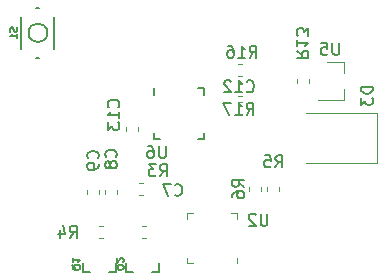
<source format=gbr>
G04 #@! TF.GenerationSoftware,KiCad,Pcbnew,(5.1.5)-3*
G04 #@! TF.CreationDate,2020-08-30T19:55:31+02:00*
G04 #@! TF.ProjectId,Drone_PCB,44726f6e-655f-4504-9342-2e6b69636164,rev?*
G04 #@! TF.SameCoordinates,Original*
G04 #@! TF.FileFunction,Legend,Bot*
G04 #@! TF.FilePolarity,Positive*
%FSLAX46Y46*%
G04 Gerber Fmt 4.6, Leading zero omitted, Abs format (unit mm)*
G04 Created by KiCad (PCBNEW (5.1.5)-3) date 2020-08-30 19:55:31*
%MOMM*%
%LPD*%
G04 APERTURE LIST*
%ADD10C,0.127000*%
%ADD11C,0.203200*%
%ADD12C,0.120000*%
%ADD13C,0.150000*%
G04 APERTURE END LIST*
D10*
X58206640Y-47244000D02*
G75*
G03X58206640Y-47244000I-802640J0D01*
G01*
D11*
X57533540Y-49342040D02*
X57274460Y-49342040D01*
X57274460Y-45145960D02*
X57533540Y-45145960D01*
X56004460Y-45907960D02*
X56004460Y-48580040D01*
X58803540Y-48580040D02*
X58803540Y-45907960D01*
X67693540Y-67500500D02*
X67693540Y-66702940D01*
X67091560Y-67500500D02*
X67693540Y-67500500D01*
X64894460Y-67500500D02*
X64894460Y-66702940D01*
X65496440Y-67500500D02*
X64894460Y-67500500D01*
X64010540Y-67500500D02*
X64010540Y-66702940D01*
X63408560Y-67500500D02*
X64010540Y-67500500D01*
X61211460Y-67500500D02*
X61211460Y-66702940D01*
X61813440Y-67500500D02*
X61211460Y-67500500D01*
D12*
X66592267Y-64645000D02*
X66249733Y-64645000D01*
X66592267Y-63625000D02*
X66249733Y-63625000D01*
X86137000Y-58269000D02*
X80077000Y-58269000D01*
X86137000Y-53999000D02*
X86137000Y-58269000D01*
X80077000Y-53999000D02*
X86137000Y-53999000D01*
X83310000Y-49728000D02*
X81850000Y-49728000D01*
X83310000Y-52888000D02*
X81150000Y-52888000D01*
X83310000Y-52888000D02*
X83310000Y-51958000D01*
X83310000Y-49728000D02*
X83310000Y-50658000D01*
X74720267Y-52580000D02*
X74377733Y-52580000D01*
X74720267Y-51560000D02*
X74377733Y-51560000D01*
X74377733Y-49909000D02*
X74720267Y-49909000D01*
X74377733Y-50929000D02*
X74720267Y-50929000D01*
X79373000Y-51479267D02*
X79373000Y-51136733D01*
X80393000Y-51479267D02*
X80393000Y-51136733D01*
X65915000Y-55200733D02*
X65915000Y-55543267D01*
X64895000Y-55200733D02*
X64895000Y-55543267D01*
X74377733Y-53084000D02*
X74720267Y-53084000D01*
X74377733Y-54104000D02*
X74720267Y-54104000D01*
X61593000Y-60534733D02*
X61593000Y-60877267D01*
X62613000Y-60534733D02*
X62613000Y-60877267D01*
X63117000Y-60534733D02*
X63117000Y-60877267D01*
X64137000Y-60534733D02*
X64137000Y-60877267D01*
X66338267Y-59942000D02*
X65995733Y-59942000D01*
X66338267Y-60962000D02*
X65995733Y-60962000D01*
D13*
X67206000Y-56238000D02*
X67206000Y-55713000D01*
X71506000Y-56238000D02*
X71506000Y-55713000D01*
X71506000Y-51938000D02*
X71506000Y-52463000D01*
X67206000Y-51938000D02*
X67206000Y-52463000D01*
X71506000Y-56238000D02*
X70981000Y-56238000D01*
X71506000Y-51938000D02*
X70981000Y-51938000D01*
X67206000Y-56238000D02*
X67731000Y-56238000D01*
D12*
X74246000Y-63008000D02*
X74246000Y-62533000D01*
X74246000Y-62533000D02*
X73771000Y-62533000D01*
X70026000Y-66278000D02*
X70026000Y-66753000D01*
X70026000Y-66753000D02*
X70501000Y-66753000D01*
X70026000Y-63008000D02*
X70026000Y-62533000D01*
X70026000Y-62533000D02*
X70501000Y-62533000D01*
X74246000Y-66278000D02*
X74246000Y-66753000D01*
X76329000Y-60623267D02*
X76329000Y-60280733D01*
X75309000Y-60623267D02*
X75309000Y-60280733D01*
X77853000Y-60623267D02*
X77853000Y-60280733D01*
X76833000Y-60623267D02*
X76833000Y-60280733D01*
X62909267Y-64645000D02*
X62566733Y-64645000D01*
X62909267Y-63625000D02*
X62566733Y-63625000D01*
D10*
X55618742Y-46779542D02*
X55647771Y-46866628D01*
X55647771Y-47011771D01*
X55618742Y-47069828D01*
X55589714Y-47098857D01*
X55531657Y-47127885D01*
X55473600Y-47127885D01*
X55415542Y-47098857D01*
X55386514Y-47069828D01*
X55357485Y-47011771D01*
X55328457Y-46895657D01*
X55299428Y-46837600D01*
X55270400Y-46808571D01*
X55212342Y-46779542D01*
X55154285Y-46779542D01*
X55096228Y-46808571D01*
X55067200Y-46837600D01*
X55038171Y-46895657D01*
X55038171Y-47040800D01*
X55067200Y-47127885D01*
X55647771Y-47708457D02*
X55647771Y-47360114D01*
X55647771Y-47534285D02*
X55038171Y-47534285D01*
X55125257Y-47476228D01*
X55183314Y-47418171D01*
X55212342Y-47360114D01*
X64004371Y-66860057D02*
X64033400Y-66918114D01*
X64091457Y-66976171D01*
X64178542Y-67063257D01*
X64207571Y-67121314D01*
X64207571Y-67179371D01*
X64062428Y-67150342D02*
X64091457Y-67208400D01*
X64149514Y-67266457D01*
X64265628Y-67295485D01*
X64468828Y-67295485D01*
X64584942Y-67266457D01*
X64643000Y-67208400D01*
X64672028Y-67150342D01*
X64672028Y-67034228D01*
X64643000Y-66976171D01*
X64584942Y-66918114D01*
X64468828Y-66889085D01*
X64265628Y-66889085D01*
X64149514Y-66918114D01*
X64091457Y-66976171D01*
X64062428Y-67034228D01*
X64062428Y-67150342D01*
X64613971Y-66656857D02*
X64643000Y-66627828D01*
X64672028Y-66569771D01*
X64672028Y-66424628D01*
X64643000Y-66366571D01*
X64613971Y-66337542D01*
X64555914Y-66308514D01*
X64497857Y-66308514D01*
X64410771Y-66337542D01*
X64062428Y-66685885D01*
X64062428Y-66308514D01*
X60321371Y-66860057D02*
X60350400Y-66918114D01*
X60408457Y-66976171D01*
X60495542Y-67063257D01*
X60524571Y-67121314D01*
X60524571Y-67179371D01*
X60379428Y-67150342D02*
X60408457Y-67208400D01*
X60466514Y-67266457D01*
X60582628Y-67295485D01*
X60785828Y-67295485D01*
X60901942Y-67266457D01*
X60960000Y-67208400D01*
X60989028Y-67150342D01*
X60989028Y-67034228D01*
X60960000Y-66976171D01*
X60901942Y-66918114D01*
X60785828Y-66889085D01*
X60582628Y-66889085D01*
X60466514Y-66918114D01*
X60408457Y-66976171D01*
X60379428Y-67034228D01*
X60379428Y-67150342D01*
X60379428Y-66308514D02*
X60379428Y-66656857D01*
X60379428Y-66482685D02*
X60989028Y-66482685D01*
X60901942Y-66540742D01*
X60843885Y-66598800D01*
X60814857Y-66656857D01*
D13*
X67730666Y-59380380D02*
X68064000Y-58904190D01*
X68302095Y-59380380D02*
X68302095Y-58380380D01*
X67921142Y-58380380D01*
X67825904Y-58428000D01*
X67778285Y-58475619D01*
X67730666Y-58570857D01*
X67730666Y-58713714D01*
X67778285Y-58808952D01*
X67825904Y-58856571D01*
X67921142Y-58904190D01*
X68302095Y-58904190D01*
X67397333Y-58380380D02*
X66778285Y-58380380D01*
X67111619Y-58761333D01*
X66968761Y-58761333D01*
X66873523Y-58808952D01*
X66825904Y-58856571D01*
X66778285Y-58951809D01*
X66778285Y-59189904D01*
X66825904Y-59285142D01*
X66873523Y-59332761D01*
X66968761Y-59380380D01*
X67254476Y-59380380D01*
X67349714Y-59332761D01*
X67397333Y-59285142D01*
X85745580Y-51814504D02*
X84745580Y-51814504D01*
X84745580Y-52052600D01*
X84793200Y-52195457D01*
X84888438Y-52290695D01*
X84983676Y-52338314D01*
X85174152Y-52385933D01*
X85317009Y-52385933D01*
X85507485Y-52338314D01*
X85602723Y-52290695D01*
X85697961Y-52195457D01*
X85745580Y-52052600D01*
X85745580Y-51814504D01*
X84745580Y-52719266D02*
X84745580Y-53338314D01*
X85126533Y-53004980D01*
X85126533Y-53147838D01*
X85174152Y-53243076D01*
X85221771Y-53290695D01*
X85317009Y-53338314D01*
X85555104Y-53338314D01*
X85650342Y-53290695D01*
X85697961Y-53243076D01*
X85745580Y-53147838D01*
X85745580Y-52862123D01*
X85697961Y-52766885D01*
X85650342Y-52719266D01*
X82914904Y-48093380D02*
X82914904Y-48902904D01*
X82867285Y-48998142D01*
X82819666Y-49045761D01*
X82724428Y-49093380D01*
X82533952Y-49093380D01*
X82438714Y-49045761D01*
X82391095Y-48998142D01*
X82343476Y-48902904D01*
X82343476Y-48093380D01*
X81391095Y-48093380D02*
X81867285Y-48093380D01*
X81914904Y-48569571D01*
X81867285Y-48521952D01*
X81772047Y-48474333D01*
X81533952Y-48474333D01*
X81438714Y-48521952D01*
X81391095Y-48569571D01*
X81343476Y-48664809D01*
X81343476Y-48902904D01*
X81391095Y-48998142D01*
X81438714Y-49045761D01*
X81533952Y-49093380D01*
X81772047Y-49093380D01*
X81867285Y-49045761D01*
X81914904Y-48998142D01*
X75064857Y-54173380D02*
X75398190Y-53697190D01*
X75636285Y-54173380D02*
X75636285Y-53173380D01*
X75255333Y-53173380D01*
X75160095Y-53221000D01*
X75112476Y-53268619D01*
X75064857Y-53363857D01*
X75064857Y-53506714D01*
X75112476Y-53601952D01*
X75160095Y-53649571D01*
X75255333Y-53697190D01*
X75636285Y-53697190D01*
X74112476Y-54173380D02*
X74683904Y-54173380D01*
X74398190Y-54173380D02*
X74398190Y-53173380D01*
X74493428Y-53316238D01*
X74588666Y-53411476D01*
X74683904Y-53459095D01*
X73779142Y-53173380D02*
X73112476Y-53173380D01*
X73541047Y-54173380D01*
X75318857Y-49347380D02*
X75652190Y-48871190D01*
X75890285Y-49347380D02*
X75890285Y-48347380D01*
X75509333Y-48347380D01*
X75414095Y-48395000D01*
X75366476Y-48442619D01*
X75318857Y-48537857D01*
X75318857Y-48680714D01*
X75366476Y-48775952D01*
X75414095Y-48823571D01*
X75509333Y-48871190D01*
X75890285Y-48871190D01*
X74366476Y-49347380D02*
X74937904Y-49347380D01*
X74652190Y-49347380D02*
X74652190Y-48347380D01*
X74747428Y-48490238D01*
X74842666Y-48585476D01*
X74937904Y-48633095D01*
X73509333Y-48347380D02*
X73699809Y-48347380D01*
X73795047Y-48395000D01*
X73842666Y-48442619D01*
X73937904Y-48585476D01*
X73985523Y-48775952D01*
X73985523Y-49156904D01*
X73937904Y-49252142D01*
X73890285Y-49299761D01*
X73795047Y-49347380D01*
X73604571Y-49347380D01*
X73509333Y-49299761D01*
X73461714Y-49252142D01*
X73414095Y-49156904D01*
X73414095Y-48918809D01*
X73461714Y-48823571D01*
X73509333Y-48775952D01*
X73604571Y-48728333D01*
X73795047Y-48728333D01*
X73890285Y-48775952D01*
X73937904Y-48823571D01*
X73985523Y-48918809D01*
X79303619Y-48761857D02*
X79779809Y-49095190D01*
X79303619Y-49333285D02*
X80303619Y-49333285D01*
X80303619Y-48952333D01*
X80256000Y-48857095D01*
X80208380Y-48809476D01*
X80113142Y-48761857D01*
X79970285Y-48761857D01*
X79875047Y-48809476D01*
X79827428Y-48857095D01*
X79779809Y-48952333D01*
X79779809Y-49333285D01*
X79303619Y-47809476D02*
X79303619Y-48380904D01*
X79303619Y-48095190D02*
X80303619Y-48095190D01*
X80160761Y-48190428D01*
X80065523Y-48285666D01*
X80017904Y-48380904D01*
X80303619Y-47476142D02*
X80303619Y-46857095D01*
X79922666Y-47190428D01*
X79922666Y-47047571D01*
X79875047Y-46952333D01*
X79827428Y-46904714D01*
X79732190Y-46857095D01*
X79494095Y-46857095D01*
X79398857Y-46904714D01*
X79351238Y-46952333D01*
X79303619Y-47047571D01*
X79303619Y-47333285D01*
X79351238Y-47428523D01*
X79398857Y-47476142D01*
X64212742Y-53535342D02*
X64260361Y-53487723D01*
X64307980Y-53344866D01*
X64307980Y-53249628D01*
X64260361Y-53106771D01*
X64165123Y-53011533D01*
X64069885Y-52963914D01*
X63879409Y-52916295D01*
X63736552Y-52916295D01*
X63546076Y-52963914D01*
X63450838Y-53011533D01*
X63355600Y-53106771D01*
X63307980Y-53249628D01*
X63307980Y-53344866D01*
X63355600Y-53487723D01*
X63403219Y-53535342D01*
X64307980Y-54487723D02*
X64307980Y-53916295D01*
X64307980Y-54202009D02*
X63307980Y-54202009D01*
X63450838Y-54106771D01*
X63546076Y-54011533D01*
X63593695Y-53916295D01*
X63307980Y-54821057D02*
X63307980Y-55440104D01*
X63688933Y-55106771D01*
X63688933Y-55249628D01*
X63736552Y-55344866D01*
X63784171Y-55392485D01*
X63879409Y-55440104D01*
X64117504Y-55440104D01*
X64212742Y-55392485D01*
X64260361Y-55344866D01*
X64307980Y-55249628D01*
X64307980Y-54963914D01*
X64260361Y-54868676D01*
X64212742Y-54821057D01*
X75064857Y-52173142D02*
X75112476Y-52220761D01*
X75255333Y-52268380D01*
X75350571Y-52268380D01*
X75493428Y-52220761D01*
X75588666Y-52125523D01*
X75636285Y-52030285D01*
X75683904Y-51839809D01*
X75683904Y-51696952D01*
X75636285Y-51506476D01*
X75588666Y-51411238D01*
X75493428Y-51316000D01*
X75350571Y-51268380D01*
X75255333Y-51268380D01*
X75112476Y-51316000D01*
X75064857Y-51363619D01*
X74112476Y-52268380D02*
X74683904Y-52268380D01*
X74398190Y-52268380D02*
X74398190Y-51268380D01*
X74493428Y-51411238D01*
X74588666Y-51506476D01*
X74683904Y-51554095D01*
X73731523Y-51363619D02*
X73683904Y-51316000D01*
X73588666Y-51268380D01*
X73350571Y-51268380D01*
X73255333Y-51316000D01*
X73207714Y-51363619D01*
X73160095Y-51458857D01*
X73160095Y-51554095D01*
X73207714Y-51696952D01*
X73779142Y-52268380D01*
X73160095Y-52268380D01*
X62460142Y-57872333D02*
X62507761Y-57824714D01*
X62555380Y-57681857D01*
X62555380Y-57586619D01*
X62507761Y-57443761D01*
X62412523Y-57348523D01*
X62317285Y-57300904D01*
X62126809Y-57253285D01*
X61983952Y-57253285D01*
X61793476Y-57300904D01*
X61698238Y-57348523D01*
X61603000Y-57443761D01*
X61555380Y-57586619D01*
X61555380Y-57681857D01*
X61603000Y-57824714D01*
X61650619Y-57872333D01*
X62555380Y-58348523D02*
X62555380Y-58539000D01*
X62507761Y-58634238D01*
X62460142Y-58681857D01*
X62317285Y-58777095D01*
X62126809Y-58824714D01*
X61745857Y-58824714D01*
X61650619Y-58777095D01*
X61603000Y-58729476D01*
X61555380Y-58634238D01*
X61555380Y-58443761D01*
X61603000Y-58348523D01*
X61650619Y-58300904D01*
X61745857Y-58253285D01*
X61983952Y-58253285D01*
X62079190Y-58300904D01*
X62126809Y-58348523D01*
X62174428Y-58443761D01*
X62174428Y-58634238D01*
X62126809Y-58729476D01*
X62079190Y-58777095D01*
X61983952Y-58824714D01*
X63984142Y-57745333D02*
X64031761Y-57697714D01*
X64079380Y-57554857D01*
X64079380Y-57459619D01*
X64031761Y-57316761D01*
X63936523Y-57221523D01*
X63841285Y-57173904D01*
X63650809Y-57126285D01*
X63507952Y-57126285D01*
X63317476Y-57173904D01*
X63222238Y-57221523D01*
X63127000Y-57316761D01*
X63079380Y-57459619D01*
X63079380Y-57554857D01*
X63127000Y-57697714D01*
X63174619Y-57745333D01*
X63507952Y-58316761D02*
X63460333Y-58221523D01*
X63412714Y-58173904D01*
X63317476Y-58126285D01*
X63269857Y-58126285D01*
X63174619Y-58173904D01*
X63127000Y-58221523D01*
X63079380Y-58316761D01*
X63079380Y-58507238D01*
X63127000Y-58602476D01*
X63174619Y-58650095D01*
X63269857Y-58697714D01*
X63317476Y-58697714D01*
X63412714Y-58650095D01*
X63460333Y-58602476D01*
X63507952Y-58507238D01*
X63507952Y-58316761D01*
X63555571Y-58221523D01*
X63603190Y-58173904D01*
X63698428Y-58126285D01*
X63888904Y-58126285D01*
X63984142Y-58173904D01*
X64031761Y-58221523D01*
X64079380Y-58316761D01*
X64079380Y-58507238D01*
X64031761Y-58602476D01*
X63984142Y-58650095D01*
X63888904Y-58697714D01*
X63698428Y-58697714D01*
X63603190Y-58650095D01*
X63555571Y-58602476D01*
X63507952Y-58507238D01*
X69000666Y-60961542D02*
X69048285Y-61009161D01*
X69191142Y-61056780D01*
X69286380Y-61056780D01*
X69429238Y-61009161D01*
X69524476Y-60913923D01*
X69572095Y-60818685D01*
X69619714Y-60628209D01*
X69619714Y-60485352D01*
X69572095Y-60294876D01*
X69524476Y-60199638D01*
X69429238Y-60104400D01*
X69286380Y-60056780D01*
X69191142Y-60056780D01*
X69048285Y-60104400D01*
X69000666Y-60152019D01*
X68667333Y-60056780D02*
X68000666Y-60056780D01*
X68429238Y-61056780D01*
X68231904Y-56842380D02*
X68231904Y-57651904D01*
X68184285Y-57747142D01*
X68136666Y-57794761D01*
X68041428Y-57842380D01*
X67850952Y-57842380D01*
X67755714Y-57794761D01*
X67708095Y-57747142D01*
X67660476Y-57651904D01*
X67660476Y-56842380D01*
X66755714Y-56842380D02*
X66946190Y-56842380D01*
X67041428Y-56890000D01*
X67089047Y-56937619D01*
X67184285Y-57080476D01*
X67231904Y-57270952D01*
X67231904Y-57651904D01*
X67184285Y-57747142D01*
X67136666Y-57794761D01*
X67041428Y-57842380D01*
X66850952Y-57842380D01*
X66755714Y-57794761D01*
X66708095Y-57747142D01*
X66660476Y-57651904D01*
X66660476Y-57413809D01*
X66708095Y-57318571D01*
X66755714Y-57270952D01*
X66850952Y-57223333D01*
X67041428Y-57223333D01*
X67136666Y-57270952D01*
X67184285Y-57318571D01*
X67231904Y-57413809D01*
X76834904Y-62571380D02*
X76834904Y-63380904D01*
X76787285Y-63476142D01*
X76739666Y-63523761D01*
X76644428Y-63571380D01*
X76453952Y-63571380D01*
X76358714Y-63523761D01*
X76311095Y-63476142D01*
X76263476Y-63380904D01*
X76263476Y-62571380D01*
X75834904Y-62666619D02*
X75787285Y-62619000D01*
X75692047Y-62571380D01*
X75453952Y-62571380D01*
X75358714Y-62619000D01*
X75311095Y-62666619D01*
X75263476Y-62761857D01*
X75263476Y-62857095D01*
X75311095Y-62999952D01*
X75882523Y-63571380D01*
X75263476Y-63571380D01*
X74874380Y-60285333D02*
X74398190Y-59952000D01*
X74874380Y-59713904D02*
X73874380Y-59713904D01*
X73874380Y-60094857D01*
X73922000Y-60190095D01*
X73969619Y-60237714D01*
X74064857Y-60285333D01*
X74207714Y-60285333D01*
X74302952Y-60237714D01*
X74350571Y-60190095D01*
X74398190Y-60094857D01*
X74398190Y-59713904D01*
X73874380Y-61142476D02*
X73874380Y-60952000D01*
X73922000Y-60856761D01*
X73969619Y-60809142D01*
X74112476Y-60713904D01*
X74302952Y-60666285D01*
X74683904Y-60666285D01*
X74779142Y-60713904D01*
X74826761Y-60761523D01*
X74874380Y-60856761D01*
X74874380Y-61047238D01*
X74826761Y-61142476D01*
X74779142Y-61190095D01*
X74683904Y-61237714D01*
X74445809Y-61237714D01*
X74350571Y-61190095D01*
X74302952Y-61142476D01*
X74255333Y-61047238D01*
X74255333Y-60856761D01*
X74302952Y-60761523D01*
X74350571Y-60713904D01*
X74445809Y-60666285D01*
X77509666Y-58618380D02*
X77843000Y-58142190D01*
X78081095Y-58618380D02*
X78081095Y-57618380D01*
X77700142Y-57618380D01*
X77604904Y-57666000D01*
X77557285Y-57713619D01*
X77509666Y-57808857D01*
X77509666Y-57951714D01*
X77557285Y-58046952D01*
X77604904Y-58094571D01*
X77700142Y-58142190D01*
X78081095Y-58142190D01*
X76604904Y-57618380D02*
X77081095Y-57618380D01*
X77128714Y-58094571D01*
X77081095Y-58046952D01*
X76985857Y-57999333D01*
X76747761Y-57999333D01*
X76652523Y-58046952D01*
X76604904Y-58094571D01*
X76557285Y-58189809D01*
X76557285Y-58427904D01*
X76604904Y-58523142D01*
X76652523Y-58570761D01*
X76747761Y-58618380D01*
X76985857Y-58618380D01*
X77081095Y-58570761D01*
X77128714Y-58523142D01*
X60110666Y-64587380D02*
X60444000Y-64111190D01*
X60682095Y-64587380D02*
X60682095Y-63587380D01*
X60301142Y-63587380D01*
X60205904Y-63635000D01*
X60158285Y-63682619D01*
X60110666Y-63777857D01*
X60110666Y-63920714D01*
X60158285Y-64015952D01*
X60205904Y-64063571D01*
X60301142Y-64111190D01*
X60682095Y-64111190D01*
X59253523Y-63920714D02*
X59253523Y-64587380D01*
X59491619Y-63539761D02*
X59729714Y-64254047D01*
X59110666Y-64254047D01*
M02*

</source>
